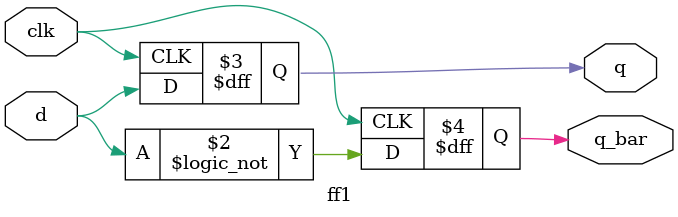
<source format=v>
module ff1 (d,clk,q,q_bar);
  input d,clk;
  output q,q_bar;
  reg q,q_bar;
  always @ (posedge clk) begin
    q <= #1 d;
    q_bar <= #1 !d;
  end
endmodule // 

</source>
